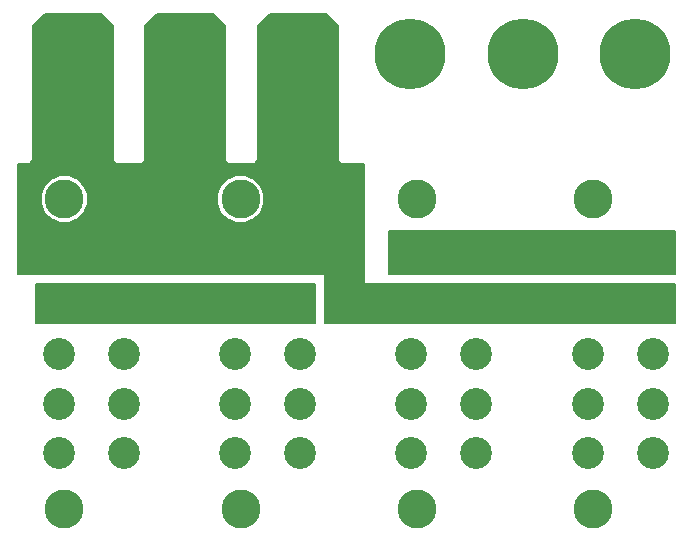
<source format=gbl>
G04 #@! TF.FileFunction,Copper,L2,Bot,Signal*
%FSLAX46Y46*%
G04 Gerber Fmt 4.6, Leading zero omitted, Abs format (unit mm)*
G04 Created by KiCad (PCBNEW 4.0.0-rc1-stable) date 10/15/2015 12:59:49 AM*
%MOMM*%
G01*
G04 APERTURE LIST*
%ADD10C,0.100000*%
%ADD11C,2.700000*%
%ADD12C,3.300000*%
%ADD13C,6.000000*%
%ADD14C,0.203800*%
G04 APERTURE END LIST*
D10*
D11*
X127845000Y-107632500D03*
X122345000Y-107632500D03*
X127845000Y-111832500D03*
X122345000Y-111832500D03*
X127845000Y-116032500D03*
X122345000Y-116032500D03*
X122345000Y-103432500D03*
X127845000Y-103432500D03*
X122345000Y-99232500D03*
X127845000Y-99232500D03*
D12*
X122805000Y-120732500D03*
X122805000Y-94532500D03*
D11*
X142767500Y-107632500D03*
X137267500Y-107632500D03*
X142767500Y-111832500D03*
X137267500Y-111832500D03*
X142767500Y-116032500D03*
X137267500Y-116032500D03*
X137267500Y-103432500D03*
X142767500Y-103432500D03*
X137267500Y-99232500D03*
X142767500Y-99232500D03*
D12*
X137727500Y-120732500D03*
X137727500Y-94532500D03*
D11*
X157690000Y-107632500D03*
X152190000Y-107632500D03*
X157690000Y-111832500D03*
X152190000Y-111832500D03*
X157690000Y-116032500D03*
X152190000Y-116032500D03*
X152190000Y-103432500D03*
X157690000Y-103432500D03*
X152190000Y-99232500D03*
X157690000Y-99232500D03*
D12*
X152650000Y-120732500D03*
X152650000Y-94532500D03*
D11*
X172612500Y-107632500D03*
X167112500Y-107632500D03*
X172612500Y-111832500D03*
X167112500Y-111832500D03*
X172612500Y-116032500D03*
X167112500Y-116032500D03*
X167112500Y-103432500D03*
X172612500Y-103432500D03*
X167112500Y-99232500D03*
X172612500Y-99232500D03*
D12*
X167572500Y-120732500D03*
X167572500Y-94532500D03*
D13*
X123507500Y-82232500D03*
X133032500Y-82232500D03*
X142557500Y-82232500D03*
X152082500Y-82232500D03*
X161607500Y-82232500D03*
X171132500Y-82232500D03*
D14*
G36*
X126886600Y-79870984D02*
X126886600Y-91122500D01*
X126919400Y-91287398D01*
X127012808Y-91427192D01*
X127152602Y-91520600D01*
X127317500Y-91553400D01*
X129222500Y-91553400D01*
X129387398Y-91520600D01*
X129527192Y-91427192D01*
X129620600Y-91287398D01*
X129653400Y-91122500D01*
X129653400Y-79870984D01*
X130670984Y-78853400D01*
X135394016Y-78853400D01*
X136411600Y-79870984D01*
X136411600Y-91122500D01*
X136444400Y-91287398D01*
X136537808Y-91427192D01*
X136677602Y-91520600D01*
X136842500Y-91553400D01*
X138747500Y-91553400D01*
X138912398Y-91520600D01*
X139052192Y-91427192D01*
X139145600Y-91287398D01*
X139178400Y-91122500D01*
X139178400Y-79870984D01*
X140195984Y-78853400D01*
X144919016Y-78853400D01*
X145936600Y-79870984D01*
X145936600Y-91122500D01*
X145969400Y-91287398D01*
X146062808Y-91427192D01*
X146202602Y-91520600D01*
X146367500Y-91553400D01*
X148170600Y-91553400D01*
X148170600Y-101600000D01*
X148178628Y-101639645D01*
X148201448Y-101673043D01*
X148235464Y-101694931D01*
X148272500Y-101701900D01*
X174511600Y-101701900D01*
X174511600Y-104990600D01*
X144881900Y-104990600D01*
X144881900Y-100965000D01*
X144873872Y-100925355D01*
X144851052Y-100891957D01*
X144817036Y-100870069D01*
X144780000Y-100863100D01*
X118858400Y-100863100D01*
X118858400Y-94929748D01*
X120798752Y-94929748D01*
X121103489Y-95667267D01*
X121667265Y-96232028D01*
X122404251Y-96538051D01*
X123202248Y-96538748D01*
X123939767Y-96234011D01*
X124504528Y-95670235D01*
X124810551Y-94933249D01*
X124810554Y-94929748D01*
X135721252Y-94929748D01*
X136025989Y-95667267D01*
X136589765Y-96232028D01*
X137326751Y-96538051D01*
X138124748Y-96538748D01*
X138862267Y-96234011D01*
X139427028Y-95670235D01*
X139733051Y-94933249D01*
X139733748Y-94135252D01*
X139429011Y-93397733D01*
X138865235Y-92832972D01*
X138128249Y-92526949D01*
X137330252Y-92526252D01*
X136592733Y-92830989D01*
X136027972Y-93394765D01*
X135721949Y-94131751D01*
X135721252Y-94929748D01*
X124810554Y-94929748D01*
X124811248Y-94135252D01*
X124506511Y-93397733D01*
X123942735Y-92832972D01*
X123205749Y-92526949D01*
X122407752Y-92526252D01*
X121670233Y-92830989D01*
X121105472Y-93394765D01*
X120799449Y-94131751D01*
X120798752Y-94929748D01*
X118858400Y-94929748D01*
X118858400Y-91553400D01*
X119697500Y-91553400D01*
X119862398Y-91520600D01*
X120002192Y-91427192D01*
X120095600Y-91287398D01*
X120128400Y-91122500D01*
X120128400Y-79870984D01*
X121145984Y-78853400D01*
X125869016Y-78853400D01*
X126886600Y-79870984D01*
X126886600Y-79870984D01*
G37*
X126886600Y-79870984D02*
X126886600Y-91122500D01*
X126919400Y-91287398D01*
X127012808Y-91427192D01*
X127152602Y-91520600D01*
X127317500Y-91553400D01*
X129222500Y-91553400D01*
X129387398Y-91520600D01*
X129527192Y-91427192D01*
X129620600Y-91287398D01*
X129653400Y-91122500D01*
X129653400Y-79870984D01*
X130670984Y-78853400D01*
X135394016Y-78853400D01*
X136411600Y-79870984D01*
X136411600Y-91122500D01*
X136444400Y-91287398D01*
X136537808Y-91427192D01*
X136677602Y-91520600D01*
X136842500Y-91553400D01*
X138747500Y-91553400D01*
X138912398Y-91520600D01*
X139052192Y-91427192D01*
X139145600Y-91287398D01*
X139178400Y-91122500D01*
X139178400Y-79870984D01*
X140195984Y-78853400D01*
X144919016Y-78853400D01*
X145936600Y-79870984D01*
X145936600Y-91122500D01*
X145969400Y-91287398D01*
X146062808Y-91427192D01*
X146202602Y-91520600D01*
X146367500Y-91553400D01*
X148170600Y-91553400D01*
X148170600Y-101600000D01*
X148178628Y-101639645D01*
X148201448Y-101673043D01*
X148235464Y-101694931D01*
X148272500Y-101701900D01*
X174511600Y-101701900D01*
X174511600Y-104990600D01*
X144881900Y-104990600D01*
X144881900Y-100965000D01*
X144873872Y-100925355D01*
X144851052Y-100891957D01*
X144817036Y-100870069D01*
X144780000Y-100863100D01*
X118858400Y-100863100D01*
X118858400Y-94929748D01*
X120798752Y-94929748D01*
X121103489Y-95667267D01*
X121667265Y-96232028D01*
X122404251Y-96538051D01*
X123202248Y-96538748D01*
X123939767Y-96234011D01*
X124504528Y-95670235D01*
X124810551Y-94933249D01*
X124810554Y-94929748D01*
X135721252Y-94929748D01*
X136025989Y-95667267D01*
X136589765Y-96232028D01*
X137326751Y-96538051D01*
X138124748Y-96538748D01*
X138862267Y-96234011D01*
X139427028Y-95670235D01*
X139733051Y-94933249D01*
X139733748Y-94135252D01*
X139429011Y-93397733D01*
X138865235Y-92832972D01*
X138128249Y-92526949D01*
X137330252Y-92526252D01*
X136592733Y-92830989D01*
X136027972Y-93394765D01*
X135721949Y-94131751D01*
X135721252Y-94929748D01*
X124810554Y-94929748D01*
X124811248Y-94135252D01*
X124506511Y-93397733D01*
X123942735Y-92832972D01*
X123205749Y-92526949D01*
X122407752Y-92526252D01*
X121670233Y-92830989D01*
X121105472Y-93394765D01*
X120799449Y-94131751D01*
X120798752Y-94929748D01*
X118858400Y-94929748D01*
X118858400Y-91553400D01*
X119697500Y-91553400D01*
X119862398Y-91520600D01*
X120002192Y-91427192D01*
X120095600Y-91287398D01*
X120128400Y-91122500D01*
X120128400Y-79870984D01*
X121145984Y-78853400D01*
X125869016Y-78853400D01*
X126886600Y-79870984D01*
G36*
X144043100Y-104990600D02*
X120434400Y-104990600D01*
X120434400Y-101701900D01*
X144043100Y-101701900D01*
X144043100Y-104990600D01*
X144043100Y-104990600D01*
G37*
X144043100Y-104990600D02*
X120434400Y-104990600D01*
X120434400Y-101701900D01*
X144043100Y-101701900D01*
X144043100Y-104990600D01*
G36*
X174511600Y-100863100D02*
X150279400Y-100863100D01*
X150279400Y-97256900D01*
X174511600Y-97256900D01*
X174511600Y-100863100D01*
X174511600Y-100863100D01*
G37*
X174511600Y-100863100D02*
X150279400Y-100863100D01*
X150279400Y-97256900D01*
X174511600Y-97256900D01*
X174511600Y-100863100D01*
M02*

</source>
